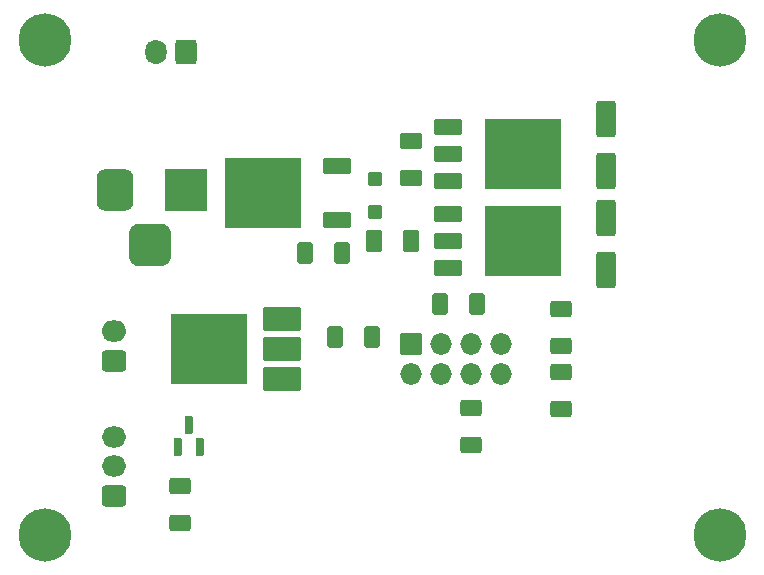
<source format=gts>
%TF.GenerationSoftware,KiCad,Pcbnew,(6.0.7)*%
%TF.CreationDate,2022-09-15T17:32:09-05:00*%
%TF.ProjectId,Simplified01,53696d70-6c69-4666-9965-6430312e6b69,rev?*%
%TF.SameCoordinates,Original*%
%TF.FileFunction,Soldermask,Top*%
%TF.FilePolarity,Negative*%
%FSLAX46Y46*%
G04 Gerber Fmt 4.6, Leading zero omitted, Abs format (unit mm)*
G04 Created by KiCad (PCBNEW (6.0.7)) date 2022-09-15 17:32:09*
%MOMM*%
%LPD*%
G01*
G04 APERTURE LIST*
G04 Aperture macros list*
%AMRoundRect*
0 Rectangle with rounded corners*
0 $1 Rounding radius*
0 $2 $3 $4 $5 $6 $7 $8 $9 X,Y pos of 4 corners*
0 Add a 4 corners polygon primitive as box body*
4,1,4,$2,$3,$4,$5,$6,$7,$8,$9,$2,$3,0*
0 Add four circle primitives for the rounded corners*
1,1,$1+$1,$2,$3*
1,1,$1+$1,$4,$5*
1,1,$1+$1,$6,$7*
1,1,$1+$1,$8,$9*
0 Add four rect primitives between the rounded corners*
20,1,$1+$1,$2,$3,$4,$5,0*
20,1,$1+$1,$4,$5,$6,$7,0*
20,1,$1+$1,$6,$7,$8,$9,0*
20,1,$1+$1,$8,$9,$2,$3,0*%
G04 Aperture macros list end*
%ADD10RoundRect,0.301000X0.400000X0.625000X-0.400000X0.625000X-0.400000X-0.625000X0.400000X-0.625000X0*%
%ADD11RoundRect,0.301000X0.600000X0.750000X-0.600000X0.750000X-0.600000X-0.750000X0.600000X-0.750000X0*%
%ADD12O,1.802000X2.102000*%
%ADD13RoundRect,0.051000X-1.100000X-0.600000X1.100000X-0.600000X1.100000X0.600000X-1.100000X0.600000X0*%
%ADD14RoundRect,0.051000X-3.200000X-2.900000X3.200000X-2.900000X3.200000X2.900000X-3.200000X2.900000X0*%
%ADD15C,4.502000*%
%ADD16RoundRect,0.301000X0.550000X-1.250000X0.550000X1.250000X-0.550000X1.250000X-0.550000X-1.250000X0*%
%ADD17RoundRect,0.201000X0.150000X-0.587500X0.150000X0.587500X-0.150000X0.587500X-0.150000X-0.587500X0*%
%ADD18RoundRect,0.051000X1.100000X0.600000X-1.100000X0.600000X-1.100000X-0.600000X1.100000X-0.600000X0*%
%ADD19RoundRect,0.051000X3.200000X2.900000X-3.200000X2.900000X-3.200000X-2.900000X3.200000X-2.900000X0*%
%ADD20RoundRect,0.301000X0.625000X-0.400000X0.625000X0.400000X-0.625000X0.400000X-0.625000X-0.400000X0*%
%ADD21RoundRect,0.301000X0.750000X-0.600000X0.750000X0.600000X-0.750000X0.600000X-0.750000X-0.600000X0*%
%ADD22O,2.102000X1.802000*%
%ADD23RoundRect,0.301000X-0.625000X0.400000X-0.625000X-0.400000X0.625000X-0.400000X0.625000X0.400000X0*%
%ADD24RoundRect,0.301000X0.412500X0.650000X-0.412500X0.650000X-0.412500X-0.650000X0.412500X-0.650000X0*%
%ADD25RoundRect,0.051000X-1.750000X-1.750000X1.750000X-1.750000X1.750000X1.750000X-1.750000X1.750000X0*%
%ADD26RoundRect,0.801000X-0.750000X-1.000000X0.750000X-1.000000X0.750000X1.000000X-0.750000X1.000000X0*%
%ADD27RoundRect,0.926000X-0.875000X-0.875000X0.875000X-0.875000X0.875000X0.875000X-0.875000X0.875000X0*%
%ADD28RoundRect,0.301000X0.650000X-0.412500X0.650000X0.412500X-0.650000X0.412500X-0.650000X-0.412500X0*%
%ADD29RoundRect,0.301000X0.725000X-0.600000X0.725000X0.600000X-0.725000X0.600000X-0.725000X-0.600000X0*%
%ADD30O,2.052000X1.802000*%
%ADD31RoundRect,0.051000X-0.550000X0.550000X-0.550000X-0.550000X0.550000X-0.550000X0.550000X0.550000X0*%
%ADD32RoundRect,0.051000X1.516000X-0.952500X1.516000X0.952500X-1.516000X0.952500X-1.516000X-0.952500X0*%
%ADD33RoundRect,0.051000X-0.863600X0.863600X-0.863600X-0.863600X0.863600X-0.863600X0.863600X0.863600X0*%
%ADD34O,1.829200X1.829200*%
G04 APERTURE END LIST*
D10*
X140103251Y-96545751D03*
X137003251Y-96545751D03*
D11*
X115439251Y-75209751D03*
D12*
X112939251Y-75209751D03*
D13*
X137655251Y-88931751D03*
D14*
X143955251Y-91211751D03*
D13*
X137655251Y-91211751D03*
X137655251Y-93491751D03*
D10*
X128673251Y-92227751D03*
X125573251Y-92227751D03*
D13*
X137655251Y-81565751D03*
X137655251Y-83845751D03*
D14*
X143955251Y-83845751D03*
D13*
X137655251Y-86125751D03*
D15*
X103501251Y-74193751D03*
D16*
X150999251Y-85283751D03*
X150999251Y-80883751D03*
D15*
X160651251Y-116103751D03*
X160651251Y-74193751D03*
D10*
X131213251Y-99339751D03*
X128113251Y-99339751D03*
D17*
X114743251Y-108659251D03*
X116643251Y-108659251D03*
X115693251Y-106784251D03*
D18*
X128275251Y-89427751D03*
D19*
X121975251Y-87147751D03*
D18*
X128275251Y-84867751D03*
D20*
X147189251Y-100127751D03*
X147189251Y-97027751D03*
X139569251Y-108483751D03*
X139569251Y-105383751D03*
D21*
X109343251Y-101371751D03*
D22*
X109343251Y-98871751D03*
D23*
X114931251Y-112013751D03*
X114931251Y-115113751D03*
D16*
X150999251Y-93665751D03*
X150999251Y-89265751D03*
D24*
X134527751Y-91211751D03*
X131402751Y-91211751D03*
D15*
X103501251Y-116103751D03*
D25*
X115439251Y-86893751D03*
D26*
X109439251Y-86893751D03*
D27*
X112439251Y-91593751D03*
D20*
X147189251Y-105461751D03*
X147189251Y-102361751D03*
D28*
X134489251Y-85916251D03*
X134489251Y-82791251D03*
D29*
X109343251Y-112801751D03*
D30*
X109343251Y-110301751D03*
X109343251Y-107801751D03*
D31*
X131441251Y-86001751D03*
X131441251Y-88801751D03*
D32*
X123559251Y-102895751D03*
D19*
X117365251Y-100355751D03*
D32*
X123559251Y-100355751D03*
X123559251Y-97815751D03*
D33*
X134489251Y-99974751D03*
D34*
X134489251Y-102514751D03*
X137029251Y-99974751D03*
X137029251Y-102514751D03*
X139569251Y-99974751D03*
X139569251Y-102514751D03*
X142109251Y-99974751D03*
X142109251Y-102514751D03*
M02*

</source>
